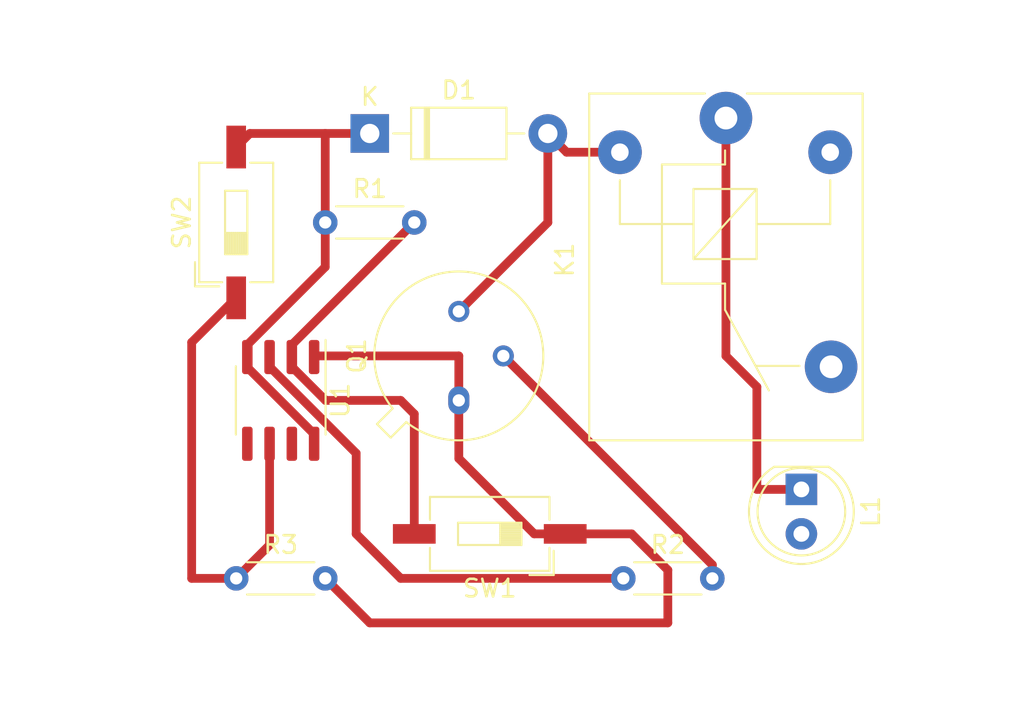
<source format=kicad_pcb>
(kicad_pcb (version 20211014) (generator pcbnew)
  (layers (0 "F.Cu" signal) (31 "B.Cu" signal) (34 "B.Paste" user) (35 "F.Paste" user) (36 "B.SilkS" user "B.Silkscreen") (37 "F.SilkS" user "F.Silkscreen") (38 "B.Mask" user) (39 "F.Mask" user) (44 "Edge.Cuts" user))
  (net 0 "")
  (net 1 "VCC")
  (net 2 "Net-(D1-Pad2)")
  (net 3 "Net-(K1-Pad1)")
  (net 4 "AC")
  (net 5 "GND")
  (net 6 "Net-(Q1-Pad2)")
  (net 7 "Net-(R1-Pad2)")
  (net 8 "Net-(R2-Pad1)")
  (net 9 "Net-(R3-Pad1)")
  (footprint "Resistor_THT:R_Axial_DIN0204_L3.6mm_D1.6mm_P5.08mm_Horizontal" (layer "F.Cu") (at 36.335 27.94)
    (fp_text reference "R1" (at 2.54 -1.92) (layer "F.SilkS"))
    (fp_text value "3.3M")
    (fp_line (start 0.62 0.92) (end 4.46 0.92) (layer "F.SilkS") (width 0.12))
    (fp_line (start 0.62 -0.92) (end 4.46 -0.92) (layer "F.SilkS") (width 0.12))
    (pad "1" thru_hole circle (at 0 0) (size 1.4 1.4) (drill 0.7) (layers *.Cu *.Mask) (net 1 "VCC"))
    (pad "2" thru_hole oval (at 5.08 0) (size 1.4 1.4) (drill 0.7) (layers *.Cu *.Mask) (net 7 "Net-(R1-Pad2)"))
  )
  (footprint "LED_THT:LED_D5.0mm_IRGrey" (layer "F.Cu") (at 63.5 43.18 -90)
    (fp_text reference "L1" (at 1.27 -3.96 90) (layer "F.SilkS"))
    (fp_text value "LD271")
    (fp_line (start -1.29 -1.545) (end -1.29 1.545) (layer "F.SilkS") (width 0.12))
    (fp_arc (start -1.29 -1.54483) (mid 2.072002 -2.880433) (end 4.26 0.000462) (layer "F.SilkS") (width 0.12))
    (fp_arc (start 4.26 -0.000462) (mid 2.072002 2.880433) (end -1.29 1.54483) (layer "F.SilkS") (width 0.12))
    (fp_circle (center 1.27 0) (end 3.77 0) (layer "F.SilkS") (width 0.12) (fill none))
    (pad "1" thru_hole rect (at 0 0 270) (size 1.8 1.8) (drill 0.9) (layers *.Cu *.Mask) (net 3 "Net-(K1-Pad1)"))
    (pad "2" thru_hole circle (at 2.54 0 270) (size 1.8 1.8) (drill 0.9) (layers *.Cu *.Mask) (net 4 "AC"))
  )
  (footprint "Button_Switch_SMD:SW_DIP_SPSTx01_Slide_6.7x4.1mm_W8.61mm_P2.54mm_LowProfile" (layer "F.Cu") (at 45.72 45.72 180)
    (fp_text reference "SW1" (at 0 -3.11) (layer "F.SilkS"))
    (fp_text value "switch 1")
    (fp_line (start -3.41 2.11) (end 3.41 2.11) (layer "F.SilkS") (width 0.12))
    (fp_line (start -1.81 0.325) (end -0.603333 0.325) (layer "F.SilkS") (width 0.12))
    (fp_line (start -3.65 -2.35) (end -3.65 -0.967) (layer "F.SilkS") (width 0.12))
    (fp_line (start 1.81 0.635) (end 1.81 -0.635) (layer "F.SilkS") (width 0.12))
    (fp_line (start -1.81 -0.635) (end -1.81 0.635) (layer "F.SilkS") (width 0.12))
    (fp_line (start -1.81 -0.395) (end -0.603333 -0.395) (layer "F.SilkS") (width 0.12))
    (fp_line (start -1.81 -0.275) (end -0.603333 -0.275) (layer "F.SilkS") (width 0.12))
    (fp_line (start -1.81 0.205) (end -0.603333 0.205) (layer "F.SilkS") (width 0.12))
    (fp_line (start -3.41 0.8) (end -3.41 2.11) (layer "F.SilkS") (width 0.12))
    (fp_line (start 3.41 -2.11) (end 3.41 -0.8) (layer "F.SilkS") (width 0.12))
    (fp_line (start 3.41 0.8) (end 3.41 2.11) (layer "F.SilkS") (width 0.12))
    (fp_line (start -1.81 -0.515) (end -0.603333 -0.515) (layer "F.SilkS") (width 0.12))
    (fp_line (start -1.81 -0.035) (end -0.603333 -0.035) (layer "F.SilkS") (width 0.12))
    (fp_line (start -3.65 -2.35) (end -2.267 -2.35) (layer "F.SilkS") (width 0.12))
    (fp_line (start -3.41 -2.11) (end -3.41 -0.8) (layer "F.SilkS") (width 0.12))
    (fp_line (start -1.81 0.565) (end -0.603333 0.565) (layer "F.SilkS") (width 0.12))
    (fp_line (start -1.81 -0.155) (end -0.603333 -0.155) (layer "F.SilkS") (width 0.12))
    (fp_line (start -3.41 -2.11) (end 3.41 -2.11) (layer "F.SilkS") (width 0.12))
    (fp_line (start -1.81 0.085) (end -0.603333 0.085) (layer "F.SilkS") (width 0.12))
    (fp_line (start 1.81 -0.635) (end -1.81 -0.635) (layer "F.SilkS") (width 0.12))
    (fp_line (start -1.81 0.635) (end 1.81 0.635) (layer "F.SilkS") (width 0.12))
    (fp_line (start -0.603333 -0.635) (end -0.603333 0.635) (layer "F.SilkS") (width 0.12))
    (fp_line (start -1.81 0.445) (end -0.603333 0.445) (layer "F.SilkS") (width 0.12))
    (pad "1" smd rect (at -4.305 0 180) (size 2.44 1.12) (layers "F.Cu" "F.Paste" "F.Mask") (net 5 "GND"))
    (pad "2" smd rect (at 4.305 0 180) (size 2.44 1.12) (layers "F.Cu" "F.Paste" "F.Mask") (net 7 "Net-(R1-Pad2)"))
  )
  (footprint "Diode_THT:D_DO-41_SOD81_P10.16mm_Horizontal" (layer "F.Cu") (at 38.875 22.86)
    (fp_text reference "D1" (at 5.08 -2.47) (layer "F.SilkS"))
    (fp_text value "1N4007")
    (fp_text user "K" (at 0 -2.1) (layer "F.SilkS"))
    (fp_line (start 3.38 -1.47) (end 3.38 1.47) (layer "F.SilkS") (width 0.12))
    (fp_line (start 3.14 -1.47) (end 3.14 1.47) (layer "F.SilkS") (width 0.12))
    (fp_line (start 7.8 1.47) (end 7.8 -1.47) (layer "F.SilkS") (width 0.12))
    (fp_line (start 2.36 1.47) (end 7.8 1.47) (layer "F.SilkS") (width 0.12))
    (fp_line (start 3.26 -1.47) (end 3.26 1.47) (layer "F.SilkS") (width 0.12))
    (fp_line (start 1.34 0) (end 2.36 0) (layer "F.SilkS") (width 0.12))
    (fp_line (start 2.36 -1.47) (end 2.36 1.47) (layer "F.SilkS") (width 0.12))
    (fp_line (start 7.8 -1.47) (end 2.36 -1.47) (layer "F.SilkS") (width 0.12))
    (fp_line (start 8.82 0) (end 7.8 0) (layer "F.SilkS") (width 0.12))
    (pad "1" thru_hole rect (at 0 0) (size 2.2 2.2) (drill 1.1) (layers *.Cu *.Mask) (net 1 "VCC"))
    (pad "2" thru_hole oval (at 10.16 0) (size 2.2 2.2) (drill 1.1) (layers *.Cu *.Mask) (net 2 "Net-(D1-Pad2)"))
  )
  (footprint "Button_Switch_SMD:SW_DIP_SPSTx01_Slide_6.7x4.1mm_W8.61mm_P2.54mm_LowProfile" (layer "F.Cu") (at 31.255 27.94 90)
    (fp_text reference "SW2" (at 0 -3.11 90) (layer "F.SilkS"))
    (fp_text value "switch 2")
    (fp_line (start -1.81 0.205) (end -0.603333 0.205) (layer "F.SilkS") (width 0.12))
    (fp_line (start -1.81 0.635) (end 1.81 0.635) (layer "F.SilkS") (width 0.12))
    (fp_line (start -0.603333 -0.635) (end -0.603333 0.635) (layer "F.SilkS") (width 0.12))
    (fp_line (start 1.81 0.635) (end 1.81 -0.635) (layer "F.SilkS") (width 0.12))
    (fp_line (start -1.81 -0.515) (end -0.603333 -0.515) (layer "F.SilkS") (width 0.12))
    (fp_line (start -3.65 -2.35) (end -3.65 -0.967) (layer "F.SilkS") (width 0.12))
    (fp_line (start -3.41 -2.11) (end -3.41 -0.8) (layer "F.SilkS") (width 0.12))
    (fp_line (start -1.81 -0.395) (end -0.603333 -0.395) (layer "F.SilkS") (width 0.12))
    (fp_line (start -3.41 2.11) (end 3.41 2.11) (layer "F.SilkS") (width 0.12))
    (fp_line (start -1.81 -0.635) (end -1.81 0.635) (layer "F.SilkS") (width 0.12))
    (fp_line (start -1.81 0.085) (end -0.603333 0.085) (layer "F.SilkS") (width 0.12))
    (fp_line (start 3.41 0.8) (end 3.41 2.11) (layer "F.SilkS") (width 0.12))
    (fp_line (start -1.81 -0.155) (end -0.603333 -0.155) (layer "F.SilkS") (width 0.12))
    (fp_line (start -3.41 -2.11) (end 3.41 -2.11) (layer "F.SilkS") (width 0.12))
    (fp_line (start -3.41 0.8) (end -3.41 2.11) (layer "F.SilkS") (width 0.12))
    (fp_line (start -1.81 -0.275) (end -0.603333 -0.275) (layer "F.SilkS") (width 0.12))
    (fp_line (start 1.81 -0.635) (end -1.81 -0.635) (layer "F.SilkS") (width 0.12))
    (fp_line (start -1.81 0.565) (end -0.603333 0.565) (layer "F.SilkS") (width 0.12))
    (fp_line (start -3.65 -2.35) (end -2.267 -2.35) (layer "F.SilkS") (width 0.12))
    (fp_line (start -1.81 0.325) (end -0.603333 0.325) (layer "F.SilkS") (width 0.12))
    (fp_line (start 3.41 -2.11) (end 3.41 -0.8) (layer "F.SilkS") (width 0.12))
    (fp_line (start -1.81 -0.035) (end -0.603333 -0.035) (layer "F.SilkS") (width 0.12))
    (fp_line (start -1.81 0.445) (end -0.603333 0.445) (layer "F.SilkS") (width 0.12))
    (pad "1" smd rect (at -4.305 0 90) (size 2.44 1.12) (layers "F.Cu" "F.Paste" "F.Mask") (net 9 "Net-(R3-Pad1)"))
    (pad "2" smd rect (at 4.305 0 90) (size 2.44 1.12) (layers "F.Cu" "F.Paste" "F.Mask") (net 1 "VCC"))
  )
  (footprint "Relay_THT:Relay_SPST_SANYOU_SRD_Series_Form_B" (layer "F.Cu") (at 59.195 21.98 -90)
    (fp_text reference "K1" (at 8.1 9.2 90) (layer "F.SilkS"))
    (fp_text value "DIPxx-1Cxx-51x")
    (fp_line (start 6.05 1.85) (end 6.05 6.05) (layer "F.SilkS") (width 0.12))
    (fp_line (start 2.65 0.05) (end 2.65 3.65) (layer "F.SilkS") (width 0.12))
    (fp_line (start 18.4 -7.8) (end 18.4 7.8) (layer "F.SilkS") (width 0.12))
    (fp_line (start -1.4 1.2) (end -1.4 7.8) (layer "F.SilkS") (width 0.12))
    (fp_line (start 4.05 1.85) (end 4.05 -1.75) (layer "F.SilkS") (width 0.12))
    (fp_line (start 9.45 0.05) (end 10.95 0.05) (layer "F.SilkS") (width 0.12))
    (fp_line (start 18.4 7.8) (end -1.4 7.8) (layer "F.SilkS") (width 0.12))
    (fp_line (start 3.55 6.05) (end 6.05 6.05) (layer "F.SilkS") (width 0.12))
    (fp_line (start 9.45 0.05) (end 9.45 3.65) (layer "F.SilkS") (width 0.12))
    (fp_line (start 8.05 1.85) (end 4.05 -1.75) (layer "F.SilkS") (width 0.12))
    (fp_line (start 10.95 0.05) (end 15.55 -2.45) (layer "F.SilkS") (width 0.12))
    (fp_line (start 2.65 0.05) (end 1.85 0.05) (layer "F.SilkS") (width 0.12))
    (fp_line (start 9.45 3.65) (end 2.65 3.65) (layer "F.SilkS") (width 0.12))
    (fp_line (start -1.4 -7.8) (end 18.4 -7.8) (layer "F.SilkS") (width 0.12))
    (fp_line (start 14.15 -4.2) (end 14.15 -1.7) (layer "F.SilkS") (width 0.12))
    (fp_line (start 6.05 -5.95) (end 6.05 -1.75) (layer "F.SilkS") (width 0.12))
    (fp_line (start -1.4 -7.8) (end -1.4 -1.2) (layer "F.SilkS") (width 0.12))
    (fp_line (start 8.05 -1.75) (end 8.05 1.85) (layer "F.SilkS") (width 0.12))
    (fp_line (start 4.05 -1.75) (end 8.05 -1.75) (layer "F.SilkS") (width 0.12))
    (fp_line (start 8.05 1.85) (end 4.05 1.85) (layer "F.SilkS") (width 0.12))
    (fp_line (start 6.05 -5.95) (end 3.55 -5.95) (layer "F.SilkS") (width 0.12))
    (pad "1" thru_hole circle (at 0 0) (size 3 3) (drill 1.3) (layers *.Cu *.Mask) (net 3 "Net-(K1-Pad1)"))
    (pad "2" thru_hole circle (at 1.95 6.05) (size 2.5 2.5) (drill 1) (layers *.Cu *.Mask) (net 2 "Net-(D1-Pad2)"))
    (pad "4" thru_hole circle (at 14.2 -6) (size 3 3) (drill 1.3) (layers *.Cu *.Mask))
    (pad "5" thru_hole circle (at 1.95 -5.95) (size 2.5 2.5) (drill 1) (layers *.Cu *.Mask))
  )
  (footprint "Resistor_THT:R_Axial_DIN0204_L3.6mm_D1.6mm_P5.08mm_Horizontal" (layer "F.Cu") (at 53.34 48.26)
    (fp_text reference "R2" (at 2.54 -1.92) (layer "F.SilkS"))
    (fp_text value "1k")
    (fp_line (start 0.62 -0.92) (end 4.46 -0.92) (layer "F.SilkS") (width 0.12))
    (fp_line (start 0.62 0.92) (end 4.46 0.92) (layer "F.SilkS") (width 0.12))
    (pad "1" thru_hole circle (at 0 0) (size 1.4 1.4) (drill 0.7) (layers *.Cu *.Mask) (net 8 "Net-(R2-Pad1)"))
    (pad "2" thru_hole oval (at 5.08 0) (size 1.4 1.4) (drill 0.7) (layers *.Cu *.Mask) (net 6 "Net-(Q1-Pad2)"))
  )
  (footprint "Package_TO_SOT_THT:TO-39-3" (layer "F.Cu") (at 43.955 38.1 90)
    (fp_text reference "Q1" (at 2.54 -5.82 90) (layer "F.SilkS"))
    (fp_text value "2N2219")
    (fp_line (start -1.348039 -4.665856) (end -2.125856 -3.888039) (layer "F.SilkS") (width 0.12))
    (fp_line (start -2.125856 -3.888039) (end -1.234902 -2.997084) (layer "F.SilkS") (width 0.12))
    (fp_line (start -0.457084 -3.774902) (end -1.348039 -4.665856) (layer "F.SilkS") (width 0.12))
    (fp_arc (start -0.457084 -3.774902) (mid 5.948125 3.408384) (end -1.234674 -2.997371) (layer "F.SilkS") (width 0.12))
    (pad "1" thru_hole oval (at 0 0 90) (size 1.6 1.2) (drill 0.7) (layers *.Cu *.Mask) (net 5 "GND"))
    (pad "2" thru_hole oval (at 2.54 2.54 90) (size 1.2 1.2) (drill 0.7) (layers *.Cu *.Mask) (net 6 "Net-(Q1-Pad2)"))
    (pad "3" thru_hole oval (at 5.08 0 90) (size 1.2 1.2) (drill 0.7) (layers *.Cu *.Mask) (net 2 "Net-(D1-Pad2)"))
  )
  (footprint "Resistor_THT:R_Axial_DIN0204_L3.6mm_D1.6mm_P5.08mm_Horizontal" (layer "F.Cu") (at 31.255 48.26)
    (fp_text reference "R3" (at 2.54 -1.92) (layer "F.SilkS"))
    (fp_text value "1M")
    (fp_line (start 0.62 -0.92) (end 4.46 -0.92) (layer "F.SilkS") (width 0.12))
    (fp_line (start 0.62 0.92) (end 4.46 0.92) (layer "F.SilkS") (width 0.12))
    (pad "1" thru_hole circle (at 0 0) (size 1.4 1.4) (drill 0.7) (layers *.Cu *.Mask) (net 9 "Net-(R3-Pad1)"))
    (pad "2" thru_hole oval (at 5.08 0) (size 1.4 1.4) (drill 0.7) (layers *.Cu *.Mask) (net 5 "GND"))
  )
  (footprint "Package_SO:SOIC-8_3.9x4.9mm_P1.27mm" (layer "F.Cu") (at 33.795 38.1 -90)
    (fp_text reference "U1" (at 0 -3.4 90) (layer "F.SilkS"))
    (fp_text value "LM555xM")
    (fp_line (start 0 2.56) (end -1.95 2.56) (layer "F.SilkS") (width 0.12))
    (fp_line (start 0 -2.56) (end -3.45 -2.56) (layer "F.SilkS") (width 0.12))
    (fp_line (start 0 -2.56) (end 1.95 -2.56) (layer "F.SilkS") (width 0.12))
    (fp_line (start 0 2.56) (end 1.95 2.56) (layer "F.SilkS") (width 0.12))
    (pad "1" smd roundrect (at -2.475 -1.905 270) (size 1.95 0.6) (layers "F.Cu" "F.Paste" "F.Mask") (net 5 "GND"))
    (pad "2" smd roundrect (at -2.475 -0.635 270) (size 1.95 0.6) (layers "F.Cu" "F.Paste" "F.Mask") (net 7 "Net-(R1-Pad2)"))
    (pad "3" smd roundrect (at -2.475 0.635 270) (size 1.95 0.6) (layers "F.Cu" "F.Paste" "F.Mask") (net 8 "Net-(R2-Pad1)"))
    (pad "4" smd roundrect (at -2.475 1.905 270) (size 1.95 0.6) (layers "F.Cu" "F.Paste" "F.Mask") (net 1 "VCC"))
    (pad "5" smd roundrect (at 2.475 1.905 270) (size 1.95 0.6) (layers "F.Cu" "F.Paste" "F.Mask"))
    (pad "6" smd roundrect (at 2.475 0.635 270) (size 1.95 0.6) (layers "F.Cu" "F.Paste" "F.Mask") (net 9 "Net-(R3-Pad1)"))
    (pad "7" smd roundrect (at 2.475 -0.635 270) (size 1.95 0.6) (layers "F.Cu" "F.Paste" "F.Mask"))
    (pad "8" smd roundrect (at 2.475 -1.905 270) (size 1.95 0.6) (layers "F.Cu" "F.Paste" "F.Mask") (net 1 "VCC"))
  )
  (segment (start 31.89 36.212151) (end 35.7 40.022151) (width 0.5) (layer "F.Cu") (net 1))
  (segment (start 31.89 35.625) (end 31.89 34.925) (width 0.5) (layer "F.Cu") (net 1))
  (segment (start 35.7 40.022151) (end 35.7 40.575) (width 0.5) (layer "F.Cu") (net 1))
  (segment (start 31.89 35.625) (end 31.89 36.212151) (width 0.5) (layer "F.Cu") (net 1))
  (segment (start 36.335 30.48) (end 36.335 27.94) (width 0.5) (layer "F.Cu") (net 1))
  (segment (start 31.89 34.925) (end 36.335 30.48) (width 0.5) (layer "F.Cu") (net 1))
  (segment (start 32.03 22.86) (end 31.255 23.635) (width 0.5) (layer "F.Cu") (net 1))
  (segment (start 38.875 22.86) (end 32.03 22.86) (width 0.5) (layer "F.Cu") (net 1))
  (segment (start 36.335 27.94) (end 36.335 22.86) (width 0.5) (layer "F.Cu") (net 1))
  (segment (start 49.035 27.94) (end 43.955 33.02) (width 0.5) (layer "F.Cu") (net 2))
  (segment (start 49.035 22.86) (end 49.035 27.94) (width 0.5) (layer "F.Cu") (net 2))
  (segment (start 53.145 23.93) (end 50.105 23.93) (width 0.5) (layer "F.Cu") (net 2))
  (segment (start 50.105 23.93) (end 49.035 22.86) (width 0.5) (layer "F.Cu") (net 2))
  (segment (start 60.96 37.325) (end 59.195 35.56) (width 0.5) (layer "F.Cu") (net 3))
  (segment (start 63.5 43.18) (end 60.96 43.18) (width 0.5) (layer "F.Cu") (net 3))
  (segment (start 59.195 21.98) (end 59.195 35.56) (width 0.5) (layer "F.Cu") (net 3))
  (segment (start 60.96 43.18) (end 60.96 37.325) (width 0.5) (layer "F.Cu") (net 3))
  (segment (start 55.88 50.8) (end 38.875 50.8) (width 0.5) (layer "F.Cu") (net 5))
  (segment (start 43.955 35.56) (end 35.765 35.56) (width 0.5) (layer "F.Cu") (net 5))
  (segment (start 48.26 45.72) (end 45.72 43.18) (width 0.5) (layer "F.Cu") (net 5))
  (segment (start 53.816144 45.72) (end 55.88 47.783856) (width 0.5) (layer "F.Cu") (net 5))
  (segment (start 38.875 50.8) (end 36.335 48.26) (width 0.5) (layer "F.Cu") (net 5))
  (segment (start 50.025 45.72) (end 48.26 45.72) (width 0.5) (layer "F.Cu") (net 5))
  (segment (start 43.955 41.415) (end 45.72 43.18) (width 0.5) (layer "F.Cu") (net 5))
  (segment (start 43.955 38.1) (end 43.955 35.56) (width 0.5) (layer "F.Cu") (net 5))
  (segment (start 43.955 38.1) (end 43.955 41.415) (width 0.5) (layer "F.Cu") (net 5))
  (segment (start 55.88 47.783856) (end 55.88 50.8) (width 0.5) (layer "F.Cu") (net 5))
  (segment (start 35.765 35.56) (end 35.7 35.625) (width 0.5) (layer "F.Cu") (net 5))
  (segment (start 50.025 45.72) (end 53.816144 45.72) (width 0.5) (layer "F.Cu") (net 5))
  (segment (start 46.495 35.56) (end 58.42 47.485) (width 0.5) (layer "F.Cu") (net 6))
  (segment (start 58.42 47.485) (end 58.42 48.26) (width 0.5) (layer "F.Cu") (net 6))
  (segment (start 41.415 38.875) (end 41.415 45.72) (width 0.5) (layer "F.Cu") (net 7))
  (segment (start 34.43 35.625) (end 34.43 36.177849) (width 0.5) (layer "F.Cu") (net 7))
  (segment (start 40.64 38.1) (end 41.415 38.875) (width 0.5) (layer "F.Cu") (net 7))
  (segment (start 34.43 34.925) (end 41.415 27.94) (width 0.5) (layer "F.Cu") (net 7))
  (segment (start 34.43 36.177849) (end 36.352151 38.1) (width 0.5) (layer "F.Cu") (net 7))
  (segment (start 36.352151 38.1) (end 40.64 38.1) (width 0.5) (layer "F.Cu") (net 7))
  (segment (start 34.43 35.625) (end 34.43 34.925) (width 0.5) (layer "F.Cu") (net 7))
  (segment (start 38.1 41.117849) (end 38.1 45.72) (width 0.5) (layer "F.Cu") (net 8))
  (segment (start 40.64 48.26) (end 38.1 45.72) (width 0.5) (layer "F.Cu") (net 8))
  (segment (start 53.34 48.26) (end 40.64 48.26) (width 0.5) (layer "F.Cu") (net 8))
  (segment (start 33.16 36.177849) (end 38.1 41.117849) (width 0.5) (layer "F.Cu") (net 8))
  (segment (start 33.16 35.625) (end 33.16 36.177849) (width 0.5) (layer "F.Cu") (net 8))
  (segment (start 33.16 35.625) (end 33.16 36.212151) (width 0.5) (layer "F.Cu") (net 8))
  (segment (start 31.255 32.245) (end 28.715 34.785) (width 0.5) (layer "F.Cu") (net 9))
  (segment (start 33.16 46.355) (end 31.255 48.26) (width 0.5) (layer "F.Cu") (net 9))
  (segment (start 33.16 40.575) (end 33.16 46.355) (width 0.5) (layer "F.Cu") (net 9))
  (segment (start 28.715 34.785) (end 28.715 48.26) (width 0.5) (layer "F.Cu") (net 9))
  (segment (start 28.715 48.26) (end 31.255 48.26) (width 0.5) (layer "F.Cu") (net 9))
)
</source>
